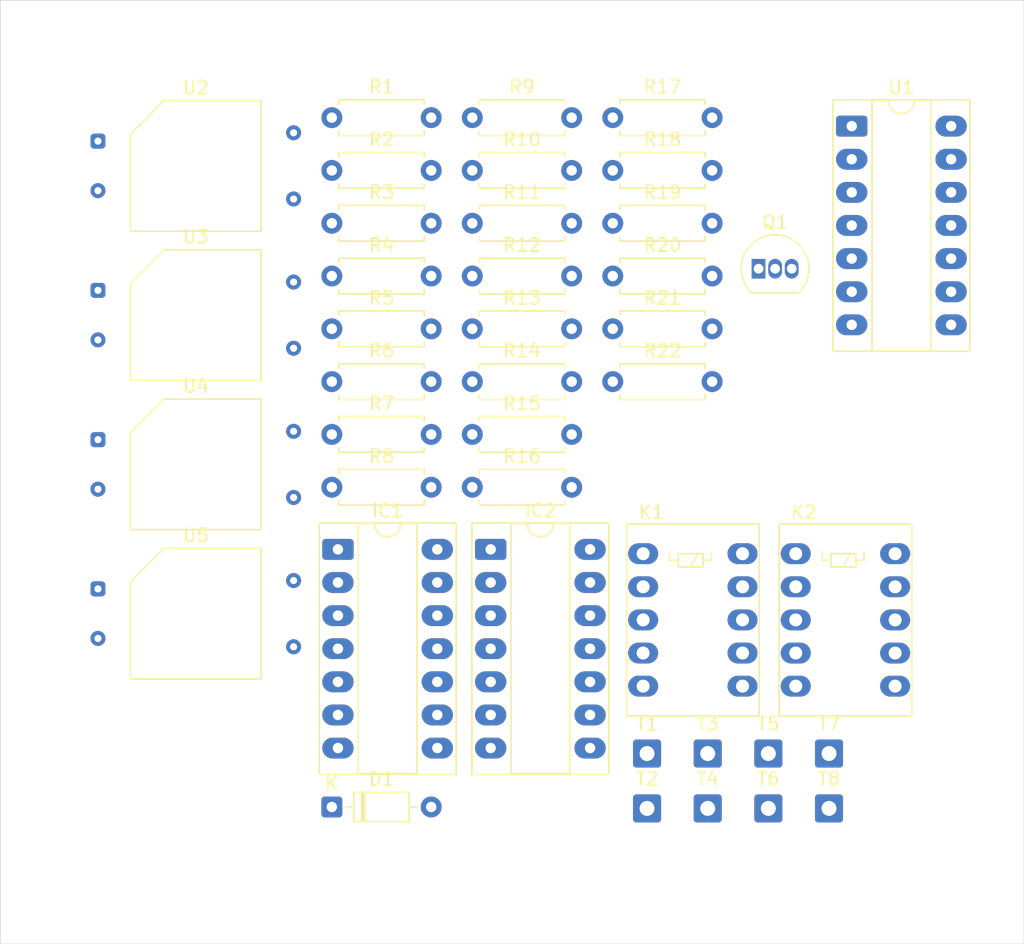
<source format=kicad_pcb>
(kicad_pcb (version 20241229) (generator "pcbnew") (generator_version "9.0")
  (layers (0 "F.Cu" signal) (2 "B.Cu" signal) (13 "F.Paste" user) (15 "B.Paste" user) (5 "F.SilkS" user "F.Silkscreen") (7 "B.SilkS" user "B.Silkscreen") (1 "F.Mask" user) (3 "B.Mask" user) (25 "Edge.Cuts" user))
  (net 0 "")
  (net 1 "GND")
  (net 2 "Net-(C6-Pad1)")
  (net 3 "ON{slash}OFF")
  (net 4 "Net-(R14-Pad2)")
  (net 5 "Net-(R14-Pad1)")
  (net 6 "Net-(Q1-B)")
  (net 7 "Net-(R22-Pad2)")
  (net 8 "Net-(D1-A)")
  (net 9 "Net-(C2-Pad1)")
  (net 10 "BYPASS L")
  (net 11 "Net-(K1-Pad3)")
  (net 12 "Net-(C11-Pad2)")
  (net 13 "9V")
  (net 14 "BYPASS R")
  (net 15 "Net-(C12-Pad2)")
  (net 16 "Net-(C3-Pad1)")
  (net 17 "Net-(K2-Pad3)")
  (net 18 "GND1")
  (net 22 "Net-(IC2D-+)")
  (net 23 "Net-(IC2-Pad8)")
  (net 26 "Net-(C9-Pad2)")
  (net 27 "Net-(IC1D-+)")
  (net 30 "Net-(IC1-Pad8)")
  (net 33 "Net-(C10-Pad2)")
  (net 35 "Vref1")
  (net 36 "Net-(IC1A-+)")
  (net 37 "Net-(C11-Pad1)")
  (net 38 "Net-(IC1A--)")
  (net 39 "Net-(IC1B-+)")
  (net 40 "Net-(IC1C-+)")
  (net 41 "Net-(IC2B-+)")
  (net 42 "Net-(IC2A-+)")
  (net 43 "Net-(IC2C-+)")
  (net 44 "Net-(IC2A--)")
  (net 45 "Net-(C12-Pad1)")
  (net 46 "Net-(R10-Pad1)")
  (net 47 "Net-(C4-Pad2)")
  (net 48 "Net-(C7-Pad1)")
  (net 49 "Net-(C5-Pad2)")
  (net 50 "Net-(R12-Pad1)")
  (net 51 "Net-(C8-Pad1)")
  (net 52 "Net-(C7-Pad2)")
  (net 53 "Net-(C8-Pad2)")
  (footprint "Resistor_THT:R_Axial_DIN0207_L6.3mm_D2.5mm_P7.62mm_Horizontal" (layer "F.Cu") (at 18.812 -2.514)
    (property "Reference" "R7" (at 3.81 -2.37 0) (layer "F.SilkS"))
    (property "Value" "15K")
    (fp_line (start 0.54 -1.37) (end 7.08 -1.37) (stroke (width 0.12)) (layer "F.SilkS"))
    (fp_line (start 0.54 -1.04) (end 0.54 -1.37) (stroke (width 0.12)) (layer "F.SilkS"))
    (fp_line (start 0.54 1.04) (end 0.54 1.37) (stroke (width 0.12)) (layer "F.SilkS"))
    (fp_line (start 0.54 1.37) (end 7.08 1.37) (stroke (width 0.12)) (layer "F.SilkS"))
    (fp_line (start 7.08 -1.37) (end 7.08 -1.04) (stroke (width 0.12)) (layer "F.SilkS"))
    (fp_line (start 7.08 1.37) (end 7.08 1.04) (stroke (width 0.12)) (layer "F.SilkS"))
    (pad "1" thru_hole circle (at 0 0) (size 1.6 1.6) (drill 0.8) (layers "*.Cu" "*.Mask") (net 50 "Net-(R12-Pad1)"))
    (pad "2" thru_hole circle (at 7.62 0) (size 1.6 1.6) (drill 0.8) (layers "*.Cu" "*.Mask") (net 49 "Net-(C5-Pad2)"))
  )
  (footprint "Resistor_THT:R_Axial_DIN0207_L6.3mm_D2.5mm_P7.62mm_Horizontal" (layer "F.Cu") (at 29.582 -26.814)
    (property "Reference" "R9" (at 3.81 -2.37 0) (layer "F.SilkS"))
    (property "Value" "1M")
    (fp_line (start 0.54 -1.37) (end 7.08 -1.37) (stroke (width 0.12)) (layer "F.SilkS"))
    (fp_line (start 0.54 -1.04) (end 0.54 -1.37) (stroke (width 0.12)) (layer "F.SilkS"))
    (fp_line (start 0.54 1.04) (end 0.54 1.37) (stroke (width 0.12)) (layer "F.SilkS"))
    (fp_line (start 0.54 1.37) (end 7.08 1.37) (stroke (width 0.12)) (layer "F.SilkS"))
    (fp_line (start 7.08 -1.37) (end 7.08 -1.04) (stroke (width 0.12)) (layer "F.SilkS"))
    (fp_line (start 7.08 1.37) (end 7.08 1.04) (stroke (width 0.12)) (layer "F.SilkS"))
    (pad "1" thru_hole circle (at 0 0) (size 1.6 1.6) (drill 0.8) (layers "*.Cu" "*.Mask") (net 2 "Net-(C6-Pad1)"))
    (pad "2" thru_hole circle (at 7.62 0) (size 1.6 1.6) (drill 0.8) (layers "*.Cu" "*.Mask") (net 3 "ON{slash}OFF"))
  )
  (footprint "Connector_Wire:SolderWire-0.5sqmm_1x01_D0.9mm_OD2.1mm" (layer "F.Cu") (at 42.982 26.176)
    (property "Reference" "T2" (at 0 -2.28 0) (layer "F.SilkS"))
    (property "Value" "IN RIGHT")
    (pad "1" thru_hole roundrect (at 0 0) (size 2.15 2.15) (drill 1.15) (layers "*.Cu" "*.Mask") (roundrect_rratio 0.116279) (net 14 "BYPASS R"))
  )
  (footprint "Connector_Wire:SolderWire-0.5sqmm_1x01_D0.9mm_OD2.1mm" (layer "F.Cu") (at 47.632 26.176)
    (property "Reference" "T4" (at 0 -2.28 0) (layer "F.SilkS"))
    (property "Value" "SWT")
    (pad "1" thru_hole roundrect (at 0 0) (size 2.15 2.15) (drill 1.15) (layers "*.Cu" "*.Mask") (roundrect_rratio 0.116279) (net 2 "Net-(C6-Pad1)"))
  )
  (footprint "Relay_THT:Relay_DPDT_FRT5" (layer "F.Cu") (at 54.382 6.636)
    (property "Reference" "K2" (at 0.635 -3.175 0) (layer "F.SilkS"))
    (property "Value" "FRT5")
    (fp_line (start -1.27 -2.286) (end 8.89 -2.286) (stroke (width 0.12)) (layer "F.SilkS"))
    (fp_line (start -1.27 12.446) (end -1.27 -2.286) (stroke (width 0.12)) (layer "F.SilkS"))
    (fp_line (start 2.032 -0.127) (end 2.032 0.508) (stroke (width 0.12)) (layer "F.SilkS"))
    (fp_line (start 2.032 0.508) (end 2.692 0.508) (stroke (width 0.12)) (layer "F.SilkS"))
    (fp_line (start 2.692 0) (end 2.692 1.016) (stroke (width 0.12)) (layer "F.SilkS"))
    (fp_line (start 2.692 1.016) (end 4.597 1.016) (stroke (width 0.12)) (layer "F.SilkS"))
    (fp_line (start 4.216 0) (end 3.581 1.016) (stroke (width 0.12)) (layer "F.SilkS"))
    (fp_line (start 4.597 0) (end 2.692 0) (stroke (width 0.12)) (layer "F.SilkS"))
    (fp_line (start 4.597 0) (end 4.597 1.016) (stroke (width 0.12)) (layer "F.SilkS"))
    (fp_line (start 5.232 -0.127) (end 5.232 0.508) (stroke (width 0.12)) (layer "F.SilkS"))
    (fp_line (start 5.232 0.508) (end 4.597 0.508) (stroke (width 0.12)) (layer "F.SilkS"))
    (fp_line (start 8.89 -2.286) (end 8.89 12.446) (stroke (width 0.12)) (layer "F.SilkS"))
    (fp_line (start 8.89 12.446) (end -1.27 12.446) (stroke (width 0.12)) (layer "F.SilkS"))
    (pad "1" thru_hole oval (at 0 0) (size 2.3 1.6) (drill 1) (layers "*.Cu" "*.Mask") (net 13 "9V"))
    (pad "2" thru_hole oval (at 0 2.54) (size 2.3 1.6) (drill 1) (layers "*.Cu" "*.Mask") (net 14 "BYPASS R"))
    (pad "3" thru_hole oval (at 0 5.08) (size 2.3 1.6) (drill 1) (layers "*.Cu" "*.Mask") (net 17 "Net-(K2-Pad3)"))
    (pad "4" thru_hole oval (at 0 7.62) (size 2.3 1.6) (drill 1) (layers "*.Cu" "*.Mask") (net 15 "Net-(C12-Pad2)"))
    (pad "5" thru_hole oval (at 0 10.16) (size 2.3 1.6) (drill 1) (layers "*.Cu" "*.Mask"))
    (pad "6" thru_hole oval (at 7.62 10.16) (size 2.3 1.6) (drill 1) (layers "*.Cu" "*.Mask"))
    (pad "7" thru_hole oval (at 7.62 7.62) (size 2.3 1.6) (drill 1) (layers "*.Cu" "*.Mask") (net 14 "BYPASS R"))
    (pad "8" thru_hole oval (at 7.62 5.08) (size 2.3 1.6) (drill 1) (layers "*.Cu" "*.Mask") (net 16 "Net-(C3-Pad1)"))
    (pad "9" thru_hole oval (at 7.62 2.54) (size 2.3 1.6) (drill 1) (layers "*.Cu" "*.Mask") (net 1 "GND"))
    (pad "10" thru_hole oval (at 7.62 0) (size 2.3 1.6) (drill 1) (layers "*.Cu" "*.Mask") (net 8 "Net-(D1-A)"))
  )
  (footprint "Connector_Wire:SolderWire-0.5sqmm_1x01_D0.9mm_OD2.1mm" (layer "F.Cu") (at 47.632 21.966)
    (property "Reference" "T3" (at 0 -2.28 0) (layer "F.SilkS"))
    (property "Value" "SWT")
    (pad "1" thru_hole roundrect (at 0 0) (size 2.15 2.15) (drill 1.15) (layers "*.Cu" "*.Mask") (roundrect_rratio 0.116279) (net 5 "Net-(R14-Pad1)"))
  )
  (footprint "Resistor_THT:R_Axial_DIN0207_L6.3mm_D2.5mm_P7.62mm_Horizontal" (layer "F.Cu") (at 18.812 -10.614)
    (property "Reference" "R5" (at 3.81 -2.37 0) (layer "F.SilkS"))
    (property "Value" "15K")
    (fp_line (start 0.54 -1.37) (end 7.08 -1.37) (stroke (width 0.12)) (layer "F.SilkS"))
    (fp_line (start 0.54 -1.04) (end 0.54 -1.37) (stroke (width 0.12)) (layer "F.SilkS"))
    (fp_line (start 0.54 1.04) (end 0.54 1.37) (stroke (width 0.12)) (layer "F.SilkS"))
    (fp_line (start 0.54 1.37) (end 7.08 1.37) (stroke (width 0.12)) (layer "F.SilkS"))
    (fp_line (start 7.08 -1.37) (end 7.08 -1.04) (stroke (width 0.12)) (layer "F.SilkS"))
    (fp_line (start 7.08 1.37) (end 7.08 1.04) (stroke (width 0.12)) (layer "F.SilkS"))
    (pad "1" thru_hole circle (at 0 0) (size 1.6 1.6) (drill 0.8) (layers "*.Cu" "*.Mask") (net 46 "Net-(R10-Pad1)"))
    (pad "2" thru_hole circle (at 7.62 0) (size 1.6 1.6) (drill 0.8) (layers "*.Cu" "*.Mask") (net 47 "Net-(C4-Pad2)"))
  )
  (footprint "Resistor_THT:R_Axial_DIN0207_L6.3mm_D2.5mm_P7.62mm_Horizontal" (layer "F.Cu") (at 29.582 -14.664)
    (property "Reference" "R12" (at 3.81 -2.37 0) (layer "F.SilkS"))
    (property "Value" "15K")
    (fp_line (start 0.54 -1.37) (end 7.08 -1.37) (stroke (width 0.12)) (layer "F.SilkS"))
    (fp_line (start 0.54 -1.04) (end 0.54 -1.37) (stroke (width 0.12)) (layer "F.SilkS"))
    (fp_line (start 0.54 1.04) (end 0.54 1.37) (stroke (width 0.12)) (layer "F.SilkS"))
    (fp_line (start 0.54 1.37) (end 7.08 1.37) (stroke (width 0.12)) (layer "F.SilkS"))
    (fp_line (start 7.08 -1.37) (end 7.08 -1.04) (stroke (width 0.12)) (layer "F.SilkS"))
    (fp_line (start 7.08 1.37) (end 7.08 1.04) (stroke (width 0.12)) (layer "F.SilkS"))
    (pad "1" thru_hole circle (at 0 0) (size 1.6 1.6) (drill 0.8) (layers "*.Cu" "*.Mask") (net 50 "Net-(R12-Pad1)"))
    (pad "2" thru_hole circle (at 7.62 0) (size 1.6 1.6) (drill 0.8) (layers "*.Cu" "*.Mask") (net 41 "Net-(IC2B-+)"))
  )
  (footprint "Connector_Wire:SolderWire-0.5sqmm_1x01_D0.9mm_OD2.1mm" (layer "F.Cu") (at 52.282 26.176)
    (property "Reference" "T6" (at 0 -2.28 0) (layer "F.SilkS"))
    (property "Value" "OUT RIGHT")
    (pad "1" thru_hole roundrect (at 0 0) (size 2.15 2.15) (drill 1.15) (layers "*.Cu" "*.Mask") (roundrect_rratio 0.116279) (net 17 "Net-(K2-Pad3)"))
  )
  (footprint "Resistor_THT:R_Axial_DIN0207_L6.3mm_D2.5mm_P7.62mm_Horizontal" (layer "F.Cu") (at 18.812 -18.714)
    (property "Reference" "R3" (at 3.81 -2.37 0) (layer "F.SilkS"))
    (property "Value" "1M")
    (fp_line (start 0.54 -1.37) (end 7.08 -1.37) (stroke (width 0.12)) (layer "F.SilkS"))
    (fp_line (start 0.54 -1.04) (end 0.54 -1.37) (stroke (width 0.12)) (layer "F.SilkS"))
    (fp_line (start 0.54 1.04) (end 0.54 1.37) (stroke (width 0.12)) (layer "F.SilkS"))
    (fp_line (start 0.54 1.37) (end 7.08 1.37) (stroke (width 0.12)) (layer "F.SilkS"))
    (fp_line (start 7.08 -1.37) (end 7.08 -1.04) (stroke (width 0.12)) (layer "F.SilkS"))
    (fp_line (start 7.08 1.37) (end 7.08 1.04) (stroke (width 0.12)) (layer "F.SilkS"))
    (pad "1" thru_hole circle (at 0 0) (size 1.6 1.6) (drill 0.8) (layers "*.Cu" "*.Mask") (net 35 "Vref1"))
    (pad "2" thru_hole circle (at 7.62 0) (size 1.6 1.6) (drill 0.8) (layers "*.Cu" "*.Mask") (net 38 "Net-(IC1A--)"))
  )
  (footprint "Resistor_THT:R_Axial_DIN0207_L6.3mm_D2.5mm_P7.62mm_Horizontal" (layer "F.Cu") (at 40.352 -22.764)
    (property "Reference" "R18" (at 3.81 -2.37 0) (layer "F.SilkS"))
    (property "Value" "51K")
    (fp_line (start 0.54 -1.37) (end 7.08 -1.37) (stroke (width 0.12)) (layer "F.SilkS"))
    (fp_line (start 0.54 -1.04) (end 0.54 -1.37) (stroke (width 0.12)) (layer "F.SilkS"))
    (fp_line (start 0.54 1.04) (end 0.54 1.37) (stroke (width 0.12)) (layer "F.SilkS"))
    (fp_line (start 0.54 1.37) (end 7.08 1.37) (stroke (width 0.12)) (layer "F.SilkS"))
    (fp_line (start 7.08 -1.37) (end 7.08 -1.04) (stroke (width 0.12)) (layer "F.SilkS"))
    (fp_line (start 7.08 1.37) (end 7.08 1.04) (stroke (width 0.12)) (layer "F.SilkS"))
    (pad "1" thru_hole circle (at 0 0) (size 1.6 1.6) (drill 0.8) (layers "*.Cu" "*.Mask") (net 23 "Net-(IC2-Pad8)"))
    (pad "2" thru_hole circle (at 7.62 0) (size 1.6 1.6) (drill 0.8) (layers "*.Cu" "*.Mask") (net 43 "Net-(IC2C-+)"))
  )
  (footprint "Resistor_THT:R_Axial_DIN0207_L6.3mm_D2.5mm_P7.62mm_Horizontal" (layer "F.Cu") (at 18.812 -22.764)
    (property "Reference" "R2" (at 3.81 -2.37 0) (layer "F.SilkS"))
    (property "Value" "1M")
    (fp_line (start 0.54 -1.37) (end 7.08 -1.37) (stroke (width 0.12)) (layer "F.SilkS"))
    (fp_line (start 0.54 -1.04) (end 0.54 -1.37) (stroke (width 0.12)) (layer "F.SilkS"))
    (fp_line (start 0.54 1.04) (end 0.54 1.37) (stroke (width 0.12)) (layer "F.SilkS"))
    (fp_line (start 0.54 1.37) (end 7.08 1.37) (stroke (width 0.12)) (layer "F.SilkS"))
    (fp_line (start 7.08 -1.37) (end 7.08 -1.04) (stroke (width 0.12)) (layer "F.SilkS"))
    (fp_line (start 7.08 1.37) (end 7.08 1.04) (stroke (width 0.12)) (layer "F.SilkS"))
    (pad "1" thru_hole circle (at 0 0) (size 1.6 1.6) (drill 0.8) (layers "*.Cu" "*.Mask") (net 16 "Net-(C3-Pad1)"))
    (pad "2" thru_hole circle (at 7.62 0) (size 1.6 1.6) (drill 0.8) (layers "*.Cu" "*.Mask") (net 1 "GND"))
  )
  (footprint "Package_DIP:CERDIP-14_W7.62mm_SideBrazed_LongPads_Socket" (layer "F.Cu") (at 58.674 -26.162)
    (property "Reference" "U1" (at 3.81 -2.965 0) (layer "F.SilkS"))
    (property "Value" "4093")
    (fp_line (start 1.56 -1.965) (end 1.56 17.205) (stroke (width 0.12)) (layer "F.SilkS"))
    (fp_line (start 1.56 17.205) (end 6.06 17.205) (stroke (width 0.12)) (layer "F.SilkS"))
    (fp_line (start 2.81 -1.965) (end 1.56 -1.965) (stroke (width 0.12)) (layer "F.SilkS"))
    (fp_line (start 6.06 -1.965) (end 4.81 -1.965) (stroke (width 0.12)) (layer "F.SilkS"))
    (fp_line (start 6.06 17.205) (end 6.06 -1.965) (stroke (width 0.12)) (layer "F.SilkS"))
    (fp_rect (start -1.44 -2.025) (end 9.06 17.265) (stroke (width 0.12)) (fill no) (layer "F.SilkS"))
    (fp_arc (start 4.81 -1.965) (mid 3.81 -0.965) (end 2.81 -1.965) (stroke (width 0.12)) (layer "F.SilkS"))
    (pad "1" thru_hole roundrect (at 0 0) (size 2.4 1.6) (drill 0.8) (layers "*.Cu" "*.Mask") (roundrect_rratio 0.15625) (net 3 "ON{slash}OFF"))
    (pad "2" thru_hole oval (at 0 2.54) (size 2.4 1.6) (drill 0.8) (layers "*.Cu" "*.Mask") (net 3 "ON{slash}OFF"))
    (pad "3" thru_hole oval (at 0 5.08) (size 2.4 1.6) (drill 0.8) (layers "*.Cu" "*.Mask") (net 4 "Net-(R14-Pad2)"))
    (pad "4" thru_hole oval (at 0 7.62) (size 2.4 1.6) (drill 0.8) (layers "*.Cu" "*.Mask") (net 3 "ON{slash}OFF"))
    (pad "5" thru_hole oval (at 0 10.16) (size 2.4 1.6) (drill 0.8) (layers "*.Cu" "*.Mask") (net 5 "Net-(R14-Pad1)"))
    (pad "6" thru_hole oval (at 0 12.7) (size 2.4 1.6) (drill 0.8) (layers "*.Cu" "*.Mask") (net 5 "Net-(R14-Pad1)"))
    (pad "7" thru_hole oval (at 0 15.24) (size 2.4 1.6) (drill 0.8) (layers "*.Cu" "*.Mask") (net 18 "GND1"))
    (pad "8" thru_hole oval (at 7.62 15.24) (size 2.4 1.6) (drill 0.8) (layers "*.Cu" "*.Mask") (net 18 "GND1"))
    (pad "9" thru_hole oval (at 7.62 12.7) (size 2.4 1.6) (drill 0.8) (layers "*.Cu" "*.Mask") (net 18 "GND1"))
    (pad "10" thru_hole oval (at 7.62 10.16) (size 2.4 1.6) (drill 0.8) (layers "*.Cu" "*.Mask"))
    (pad "11" thru_hole oval (at 7.62 7.62) (size 2.4 1.6) (drill 0.8) (layers "*.Cu" "*.Mask"))
    (pad "12" thru_hole oval (at 7.62 5.08) (size 2.4 1.6) (drill 0.8) (layers "*.Cu" "*.Mask") (net 18 "GND1"))
    (pad "13" thru_hole oval (at 7.62 2.54) (size 2.4 1.6) (drill 0.8) (layers "*.Cu" "*.Mask") (net 18 "GND1"))
    (pad "14" thru_hole oval (at 7.62 0) (size 2.4 1.6) (drill 0.8) (layers "*.Cu" "*.Mask") (net 13 "9V"))
  )
  (footprint "Connector_Wire:SolderWire-0.5sqmm_1x01_D0.9mm_OD2.1mm" (layer "F.Cu") (at 52.282 21.966)
    (property "Reference" "T5" (at 0 -2.28 0) (layer "F.SilkS"))
    (property "Value" "OUT LEFT")
    (pad "1" thru_hole roundrect (at 0 0) (size 2.15 2.15) (drill 1.15) (layers "*.Cu" "*.Mask") (roundrect_rratio 0.116279) (net 11 "Net-(K1-Pad3)"))
  )
  (footprint "OptoDevice:PerkinElmer_VTL5C" (layer "F.Cu") (at 0.882 -13.564)
    (property "Reference" "U3" (at 7.5 -4.1 0) (layer "F.SilkS"))
    (property "Value" "VTL5C")
    (fp_line (start 2.49 -0.53) (end 2.49 6.91) (stroke (width 0.12)) (layer "F.SilkS"))
    (fp_line (start 2.49 6.91) (end 12.51 6.91) (stroke (width 0.12)) (layer "F.SilkS"))
    (fp_line (start 5.07 -3.11) (end 2.49 -0.53) (stroke (width 0.12)) (layer "F.SilkS"))
    (fp_line (start 12.51 -3.11) (end 5.07 -3.11) (stroke (width 0.12)) (layer "F.SilkS"))
    (fp_line (start 12.51 6.91) (end 12.51 -3.11) (stroke (width 0.12)) (layer "F.SilkS"))
    (pad "1" thru_hole roundrect (at 0 0) (size 1.15 1.15) (drill 0.55) (layers "*.Cu" "*.Mask"))
    (pad "2" thru_hole circle (at 0 3.8) (size 1.15 1.15) (drill 0.55) (layers "*.Cu" "*.Mask"))
    (pad "3" thru_hole circle (at 15 -0.64) (size 1.15 1.15) (drill 0.55) (layers "*.Cu" "*.Mask") (net 30 "Net-(IC1-Pad8)"))
    (pad "4" thru_hole circle (at 15 4.44) (size 1.15 1.15) (drill 0.55) (layers "*.Cu" "*.Mask") (net 27 "Net-(IC1D-+)"))
  )
  (footprint "Package_TO_SOT_THT:TO-92_Inline" (layer "F.Cu") (at 51.532 -15.224)
    (property "Reference" "Q1" (at 1.27 -3.56 0) (layer "F.SilkS"))
    (property "Value" "BC549")
    (fp_line (start -0.53 1.85) (end 3.07 1.85) (stroke (width 0.12)) (layer "F.SilkS"))
    (fp_arc (start -0.568478 1.838478) (mid -1.132087 -0.994977) (end 1.27 -2.6) (stroke (width 0.12)) (layer "F.SilkS"))
    (fp_arc (start 1.27 -2.6) (mid 3.672087 -0.994977) (end 3.108478 1.838478) (stroke (width 0.12)) (layer "F.SilkS"))
    (pad "1" thru_hole rect (at 0 0) (size 1.05 1.5) (drill 0.75) (layers "*.Cu" "*.Mask") (net 8 "Net-(D1-A)"))
    (pad "2" thru_hole oval (at 1.27 0) (size 1.05 1.5) (drill 0.75) (layers "*.Cu" "*.Mask") (net 6 "Net-(Q1-B)"))
    (pad "3" thru_hole oval (at 2.54 0) (size 1.05 1.5) (drill 0.75) (layers "*.Cu" "*.Mask") (net 18 "GND1"))
  )
  (footprint "Resistor_THT:R_Axial_DIN0207_L6.3mm_D2.5mm_P7.62mm_Horizontal" (layer "F.Cu") (at 18.812 -6.564)
    (property "Reference" "R6" (at 3.81 -2.37 0) (layer "F.SilkS"))
    (property "Value" "15K")
    (fp_line (start 0.54 -1.37) (end 7.08 -1.37) (stroke (width 0.12)) (layer "F.SilkS"))
    (fp_line (start 0.54 -1.04) (end 0.54 -1.37) (stroke (width 0.12)) (layer "F.SilkS"))
    (fp_line (start 0.54 1.04) (end 0.54 1.37) (stroke (width 0.12)) (layer "F.SilkS"))
    (fp_line (start 0.54 1.37) (end 7.08 1.37) (stroke (width 0.12)) (layer "F.SilkS"))
    (fp_line (start 7.08 -1.37) (end 7.08 -1.04) (stroke (width 0.12)) (layer "F.SilkS"))
    (fp_line (start 7.08 1.37) (end 7.08 1.04) (stroke (width 0.12)) (layer "F.SilkS"))
    (pad "1" thru_hole circle (at 0 0) (size 1.6 1.6) (drill 0.8) (layers "*.Cu" "*.Mask") (net 48 "Net-(C7-Pad1)"))
    (pad "2" thru_hole circle (at 7.62 0) (size 1.6 1.6) (drill 0.8) (layers "*.Cu" "*.Mask") (net 47 "Net-(C4-Pad2)"))
  )
  (footprint "Resistor_THT:R_Axial_DIN0207_L6.3mm_D2.5mm_P7.62mm_Horizontal" (layer "F.Cu") (at 29.582 -22.764)
    (property "Reference" "R10" (at 3.81 -2.37 0) (layer "F.SilkS"))
    (property "Value" "15K")
    (fp_line (start 0.54 -1.37) (end 7.08 -1.37) (stroke (width 0.12)) (layer "F.SilkS"))
    (fp_line (start 0.54 -1.04) (end 0.54 -1.37) (stroke (width 0.12)) (layer "F.SilkS"))
    (fp_line (start 0.54 1.04) (end 0.54 1.37) (stroke (width 0.12)) (layer "F.SilkS"))
    (fp_line (start 0.54 1.37) (end 7.08 1.37) (stroke (width 0.12)) (layer "F.SilkS"))
    (fp_line (start 7.08 -1.37) (end 7.08 -1.04) (stroke (width 0.12)) (layer "F.SilkS"))
    (fp_line (start 7.08 1.37) (end 7.08 1.04) (stroke (width 0.12)) (layer "F.SilkS"))
    (pad "1" thru_hole circle (at 0 0) (size 1.6 1.6) (drill 0.8) (layers "*.Cu" "*.Mask") (net 46 "Net-(R10-Pad1)"))
    (pad "2" thru_hole circle (at 7.62 0) (size 1.6 1.6) (drill 0.8) (layers "*.Cu" "*.Mask") (net 39 "Net-(IC1B-+)"))
  )
  (footprint "OptoDevice:PerkinElmer_VTL5C" (layer "F.Cu") (at 0.882 9.336)
    (property "Reference" "U5" (at 7.5 -4.1 0) (layer "F.SilkS"))
    (property "Value" "VTL5C")
    (fp_line (start 2.49 -0.53) (end 2.49 6.91) (stroke (width 0.12)) (layer "F.SilkS"))
    (fp_line (start 2.49 6.91) (end 12.51 6.91) (stroke (width 0.12)) (layer "F.SilkS"))
    (fp_line (start 5.07 -3.11) (end 2.49 -0.53) (stroke (width 0.12)) (layer "F.SilkS"))
    (fp_line (start 12.51 -3.11) (end 5.07 -3.11) (stroke (width 0.12)) (layer "F.SilkS"))
    (fp_line (start 12.51 6.91) (end 12.51 -3.11) (stroke (width 0.12)) (layer "F.SilkS"))
    (pad "1" thru_hole roundrect (at 0 0) (size 1.15 1.15) (drill 0.55) (layers "*.Cu" "*.Mask"))
    (pad "2" thru_hole circle (at 0 3.8) (size 1.15 1.15) (drill 0.55) (layers "*.Cu" "*.Mask"))
    (pad "3" thru_hole circle (at 15 -0.64) (size 1.15 1.15) (drill 0.55) (layers "*.Cu" "*.Mask") (net 23 "Net-(IC2-Pad8)"))
    (pad "4" thru_hole circle (at 15 4.44) (size 1.15 1.15) (drill 0.55) (layers "*.Cu" "*.Mask") (net 22 "Net-(IC2D-+)"))
  )
  (footprint "Resistor_THT:R_Axial_DIN0207_L6.3mm_D2.5mm_P7.62mm_Horizontal" (layer "F.Cu") (at 40.352 -14.664)
    (property "Reference" "R20" (at 3.81 -2.37 0) (layer "F.SilkS"))
    (property "Value" "1M")
    (fp_line (start 0.54 -1.37) (end 7.08 -1.37) (stroke (width 0.12)) (layer "F.SilkS"))
    (fp_line (start 0.54 -1.04) (end 0.54 -1.37) (stroke (width 0.12)) (layer "F.SilkS"))
    (fp_line (start 0.54 1.04) (end 0.54 1.37) (stroke (width 0.12)) (layer "F.SilkS"))
    (fp_line (start 0.54 1.37) (end 7.08 1.37) (stroke (width 0.12)) (layer "F.SilkS"))
    (fp_line (start 7.08 -1.37) (end 7.08 -1.04) (stroke (width 0.12)) (layer "F.SilkS"))
    (fp_line (start 7.08 1.37) (end 7.08 1.04) (stroke (width 0.12)) (layer "F.SilkS"))
    (pad "1" thru_hole circle (at 0 0) (size 1.6 1.6) (drill 0.8) (layers "*.Cu" "*.Mask") (net 12 "Net-(C11-Pad2)"))
    (pad "2" thru_hole circle (at 7.62 0) (size 1.6 1.6) (drill 0.8) (layers "*.Cu" "*.Mask") (net 1 "GND"))
  )
  (footprint "Resistor_THT:R_Axial_DIN0207_L6.3mm_D2.5mm_P7.62mm_Horizontal" (layer "F.Cu") (at 40.352 -6.564)
    (property "Reference" "R22" (at 3.81 -2.37 0) (layer "F.SilkS"))
    (property "Value" "10k")
    (fp_line (start 0.54 -1.37) (end 7.08 -1.37) (stroke (width 0.12)) (layer "F.SilkS"))
    (fp_line (start 0.54 -1.04) (end 0.54 -1.37) (stroke (width 0.12)) (layer "F.SilkS"))
    (fp_line (start 0.54 1.04) (end 0.54 1.37) (stroke (width 0.12)) (layer "F.SilkS"))
    (fp_line (start 0.54 1.37) (end 7.08 1.37) (stroke (width 0.12)) (layer "F.SilkS"))
    (fp_line (start 7.08 -1.37) (end 7.08 -1.04) (stroke (width 0.12)) (layer "F.SilkS"))
    (fp_line (start 7.08 1.37) (end 7.08 1.04) (stroke (width 0.12)) (layer "F.SilkS"))
    (pad "1" thru_hole circle (at 0 0) (size 1.6 1.6) (drill 0.8) (layers "*.Cu" "*.Mask") (net 8 "Net-(D1-A)"))
    (pad "2" thru_hole circle (at 7.62 0) (size 1.6 1.6) (drill 0.8) (layers "*.Cu" "*.Mask") (net 7 "Net-(R22-Pad2)"))
  )
  (footprint "Package_DIP:CERDIP-14_W7.62mm_SideBrazed_LongPads_Socket" (layer "F.Cu") (at 19.282 6.306)
    (property "Reference" "IC1" (at 3.81 -2.965 0) (layer "F.SilkS"))
    (property "Value" "TL074")
    (fp_line (start 1.56 -1.965) (end 1.56 17.205) (stroke (width 0.12)) (layer "F.SilkS"))
    (fp_line (start 1.56 17.205) (end 6.06 17.205) (stroke (width 0.12)) (layer "F.SilkS"))
    (fp_line (start 2.81 -1.965) (end 1.56 -1.965) (stroke (width 0.12)) (layer "F.SilkS"))
    (fp_line (start 6.06 -1.965) (end 4.81 -1.965) (stroke (width 0.12)) (layer "F.SilkS"))
    (fp_line (start 6.06 17.205) (end 6.06 -1.965) (stroke (width 0.12)) (layer "F.SilkS"))
    (fp_rect (start -1.44 -2.025) (end 9.06 17.265) (stroke (width 0.12)) (fill no) (layer "F.SilkS"))
    (fp_arc (start 4.81 -1.965) (mid 3.81 -0.965) (end 2.81 -1.965) (stroke (width 0.12)) (layer "F.SilkS"))
    (pad "1" thru_hole roundrect (at 0 0) (size 2.4 1.6) (drill 0.8) (layers "*.Cu" "*.Mask") (roundrect_rratio 0.15625) (net 36 "Net-(IC1A-+)"))
    (pad "2" thru_hole oval (at 0 2.54) (size 2.4 1.6) (drill 0.8) (layers "*.Cu" "*.Mask") (net 38 "Net-(IC1A--)"))
    (pad "3" thru_hole oval (at 0 5.08) (size 2.4 1.6) (drill 0.8) (layers "*.Cu" "*.Mask") (net 36 "Net-(IC1A-+)"))
    (pad "4" thru_hole oval (at 0 7.62) (size 2.4 1.6) (drill 0.8) (layers "*.Cu" "*.Mask"))
    (pad "5" thru_hole oval (at 0 10.16) (size 2.4 1.6) (drill 0.8) (layers "*.Cu" "*.Mask") (net 39 "Net-(IC1B-+)"))
    (pad "6" thru_hole oval (at 0 12.7) (size 2.4 1.6) (drill 0.8) (layers "*.Cu" "*.Mask") (net 35 "Vref1"))
    (pad "7" thru_hole oval (at 0 15.24) (size 2.4 1.6) (drill 0.8) (layers "*.Cu" "*.Mask") (net 26 "Net-(C9-Pad2)"))
    (pad "8" thru_hole oval (at 7.62 15.24) (size 2.4 1.6) (drill 0.8) (layers "*.Cu" "*.Mask") (net 30 "Net-(IC1-Pad8)"))
    (pad "9" thru_hole oval (at 7.62 12.7) (size 2.4 1.6) (drill 0.8) (layers "*.Cu" "*.Mask") (net 35 "Vref1"))
    (pad "10" thru_hole oval (at 7.62 10.16) (size 2.4 1.6) (drill 0.8) (layers "*.Cu" "*.Mask") (net 40 "Net-(IC1C-+)"))
    (pad "11" thru_hole oval (at 7.62 7.62) (size 2.4 1.6) (drill 0.8) (layers "*.Cu" "*.Mask"))
    (pad "12" thru_hole oval (at 7.62 5.08) (size 2.4 1.6) (drill 0.8) (layers "*.Cu" "*.Mask") (net 27 "Net-(IC1D-+)"))
    (pad "13" thru_hole oval (at 7.62 2.54) (size 2.4 1.6) (drill 0.8) (layers "*.Cu" "*.Mask") (net 35 "Vref1"))
    (pad "14" thru_hole oval (at 7.62 0) (size 2.4 1.6) (drill 0.8) (layers "*.Cu" "*.Mask") (net 37 "Net-(C11-Pad1)"))
  )
  (footprint "OptoDevice:PerkinElmer_VTL5C" (layer "F.Cu") (at 0.882 -2.114)
    (property "Reference" "U4" (at 7.5 -4.1 0) (layer "F.SilkS"))
    (property "Value" "VTL5C")
    (fp_line (start 2.49 -0.53) (end 2.49 6.91) (stroke (width 0.12)) (layer "F.SilkS"))
    (fp_line (start 2.49 6.91) (end 12.51 6.91) (stroke (width 0.12)) (layer "F.SilkS"))
    (fp_line (start 5.07 -3.11) (end 2.49 -0.53) (stroke (width 0.12)) (layer "F.SilkS"))
    (fp_line (start 12.51 -3.11) (end 5.07 -3.11) (stroke (width 0.12)) (layer "F.SilkS"))
    (fp_line (start 12.51 6.91) (end 12.51 -3.11) (stroke (width 0.12)) (layer "F.SilkS"))
    (pad "1" thru_hole roundrect (at 0 0) (size 1.15 1.15) (drill 0.55) (layers "*.Cu" "*.Mask"))
    (pad "2" thru_hole circle (at 0 3.8) (size 1.15 1.15) (drill 0.55) (layers "*.Cu" "*.Mask"))
    (pad "3" thru_hole circle (at 15 -0.64) (size 1.15 1.15) (drill 0.55) (layers "*.Cu" "*.Mask") (net 33 "Net-(C10-Pad2)"))
    (pad "4" thru_hole circle (at 15 4.44) (size 1.15 1.15) (drill 0.55) (layers "*.Cu" "*.Mask") (net 22 "Net-(IC2D-+)"))
  )
  (footprint "OptoDevice:PerkinElmer_VTL5C" (layer "F.Cu") (at 0.882 -25.014)
    (property "Reference" "U2" (at 7.5 -4.1 0) (layer "F.SilkS"))
    (property "Value" "VTL5C")
    (fp_line (start 2.49 -0.53) (end 2.49 6.91) (stroke (width 0.12)) (layer "F.SilkS"))
    (fp_line (start 2.49 6.91) (end 12.51 6.91) (stroke (width 0.12)) (layer "F.SilkS"))
    (fp_line (start 5.07 -3.11) (end 2.49 -0.53) (stroke (width 0.12)) (layer "F.SilkS"))
    (fp_line (start 12.51 -3.11) (end 5.07 -3.11) (stroke (width 0.12)) (layer "F.SilkS"))
    (fp_line (start 12.51 6.91) (end 12.51 -3.11) (stroke (width 0.12)) (layer "F.SilkS"))
    (pad "1" thru_hole roundrect (at 0 0) (size 1.15 1.15) (drill 0.55) (layers "*.Cu" "*.Mask"))
    (pad "2" thru_hole circle (at 0 3.8) (size 1.15 1.15) (drill 0.55) (layers "*.Cu" "*.Mask"))
    (pad "3" thru_hole circle (at 15 -0.64) (size 1.15 1.15) (drill 0.55) (layers "*.Cu" "*.Mask") (net 26 "Net-(C9-Pad2)"))
    (pad "4" thru_hole circle (at 15 4.44) (size 1.15 1.15) (drill 0.55) (layers "*.Cu" "*.Mask") (net 27 "Net-(IC1D-+)"))
  )
  (footprint "Connector_Wire:SolderWire-0.5sqmm_1x01_D0.9mm_OD2.1mm" (layer "F.Cu") (at 56.932 26.176)
    (property "Reference" "T8" (at 0 -2.28 0) (layer "F.SilkS"))
    (property "Value" "LED-")
    (pad "1" thru_hole roundrect (at 0 0) (size 2.15 2.15) (drill 1.15) (layers "*.Cu" "*.Mask") (roundrect_rratio 0.116279) (net 7 "Net-(R22-Pad2)"))
  )
  (footprint "Resistor_THT:R_Axial_DIN0207_L6.3mm_D2.5mm_P7.62mm_Horizontal" (layer "F.Cu") (at 29.582 -10.614)
    (property "Reference" "R13" (at 3.81 -2.37 0) (layer "F.SilkS"))
    (property "Value" "15K")
    (fp_line (start 0.54 -1.37) (end 7.08 -1.37) (stroke (width 0.12)) (layer "F.SilkS"))
    (fp_line (start 0.54 -1.04) (end 0.54 -1.37) (stroke (width 0.12)) (layer "F.SilkS"))
    (fp_line (start 0.54 1.04) (end 0.54 1.37) (stroke (width 0.12)) (layer "F.SilkS"))
    (fp_line (start 0.54 1.37) (end 7.08 1.37) (stroke (width 0.12)) (layer "F.SilkS"))
    (fp_line (start 7.08 -1.37) (end 7.08 -1.04) (stroke (width 0.12)) (layer "F.SilkS"))
    (fp_line (start 7.08 1.37) (end 7.08 1.04) (stroke (width 0.12)) (layer "F.SilkS"))
    (pad "1" thru_hole circle (at 0 0) (size 1.6 1.6) (drill 0.8) (layers "*.Cu" "*.Mask") (net 53 "Net-(C8-Pad2)"))
    (pad "2" thru_hole circle (at 7.62 0) (size 1.6 1.6) (drill 0.8) (layers "*.Cu" "*.Mask") (net 43 "Net-(IC2C-+)"))
  )
  (footprint "Relay_THT:Relay_DPDT_FRT5" (layer "F.Cu") (at 42.682 6.636)
    (property "Reference" "K1" (at 0.635 -3.175 0) (layer "F.SilkS"))
    (property "Value" "FRT5")
    (fp_line (start -1.27 -2.286) (end 8.89 -2.286) (stroke (width 0.12)) (layer "F.SilkS"))
    (fp_line (start -1.27 12.446) (end -1.27 -2.286) (stroke (width 0.12)) (layer "F.SilkS"))
    (fp_line (start 2.032 -0.127) (end 2.032 0.508) (stroke (width 0.12)) (layer "F.SilkS"))
    (fp_line (start 2.032 0.508) (end 2.692 0.508) (stroke (width 0.12)) (layer "F.SilkS"))
    (fp_line (start 2.692 0) (end 2.692 1.016) (stroke (width 0.12)) (layer "F.SilkS"))
    (fp_line (start 2.692 1.016) (end 4.597 1.016) (stroke (width 0.12)) (layer "F.SilkS"))
    (fp_line (start 4.216 0) (end 3.581 1.016) (stroke (width 0.12)) (layer "F.SilkS"))
    (fp_line (start 4.597 0) (end 2.692 0) (stroke (width 0.12)) (layer "F.SilkS"))
    (fp_line (start 4.597 0) (end 4.597 1.016) (stroke (width 0.12)) (layer "F.SilkS"))
    (fp_line (start 5.232 -0.127) (end 5.232 0.508) (stroke (width 0.12)) (layer "F.SilkS"))
    (fp_line (start 5.232 0.508) (end 4.597 0.508) (stroke (width 0.12)) (layer "F.SilkS"))
    (fp_line (start 8.89 -2.286) (end 8.89 12.446) (stroke (width 0.12)) (layer "F.SilkS"))
    (fp_line (start 8.89 12.446) (end -1.27 12.446) (stroke (width 0.12)) (layer "F.SilkS"))
    (pad "1" thru_hole oval (at 0 0) (size 2.3 1.6) (drill 1) (layers "*.Cu" "*.Mask") (net 13 "9V"))
    (pad "2" thru_hole oval (at 0 2.54) (size 2.3 1.6) (drill 1) (layers "*.Cu" "*.Mask") (net 10 "BYPASS L"))
    (pad "3" thru_hole oval (at 0 5.08) (size 2.3 1.6) (drill 1) (layers "*.Cu" "*.Mask") (net 11 "Net-(K1-Pad3)"))
    (pad "4" thru_hole oval (at 0 7.62) (size 2.3 1.6) (drill 1) (layers "*.Cu" "*.Mask") (net 12 "Net-(C11-Pad2)"))
    (pad "5" thru_hole oval (at 0 10.16) (size 2.3 1.6) (drill 1) (layers "*.Cu" "*.Mask"))
    (pad "6" thru_hole oval (at 7.62 10.16) (size 2.3 1.6) (drill 1) (layers "*.Cu" "*.Mask"))
    (pad "7" thru_hole oval (at 7.62 7.62) (size 2.3 1.6) (drill 1) (layers "*.Cu" "*.Mask") (net 10 "BYPASS L"))
    (pad "8" thru_hole oval (at 7.62 5.08) (size 2.3 1.6) (drill 1) (layers "*.Cu" "*.Mask") (net 9 "Net-(C2-Pad1)"))
    (pad "9" thru_hole oval (at 7.62 2.54) (size 2.3 1.6) (drill 1) (layers "*.Cu" "*.Mask") (net 1 "GND"))
    (pad "10" thru_hole oval (at 7.62 0) (size 2.3 1.6) (drill 1) (layers "*.Cu" "*.Mask") (net 8 "Net-(D1-A)"))
  )
  (footprint "Resistor_THT:R_Axial_DIN0207_L6.3mm_D2.5mm_P7.62mm_Horizontal" (layer "F.Cu") (at 40.352 -10.614)
    (property "Reference" "R21" (at 3.81 -2.37 0) (layer "F.SilkS"))
    (property "Value" "1M")
    (fp_line (start 0.54 -1.37) (end 7.08 -1.37) (stroke (width 0.12)) (layer "F.SilkS"))
    (fp_line (start 0.54 -1.04) (end 0.54 -1.37) (stroke (width 0.12)) (layer "F.SilkS"))
    (fp_line (start 0.54 1.04) (end 0.54 1.37) (stroke (width 0.12)) (layer "F.SilkS"))
    (fp_line (start 0.54 1.37) (end 7.08 1.37) (stroke (width 0.12)) (layer "F.SilkS"))
    (fp_line (start 7.08 -1.37) (end 7.08 -1.04) (stroke (width 0.12)) (layer "F.SilkS"))
    (fp_line (start 7.08 1.37) (end 7.08 1.04) (stroke (width 0.12)) (layer "F.SilkS"))
    (pad "1" thru_hole circle (at 0 0) (size 1.6 1.6) (drill 0.8) (layers "*.Cu" "*.Mask") (net 15 "Net-(C12-Pad2)"))
    (pad "2" thru_hole circle (at 7.62 0) (size 1.6 1.6) (drill 0.8) (layers "*.Cu" "*.Mask") (net 1 "GND"))
  )
  (footprint "Resistor_THT:R_Axial_DIN0207_L6.3mm_D2.5mm_P7.62mm_Horizontal" (layer "F.Cu") (at 29.582 -2.514)
    (property "Reference" "R15" (at 3.81 -2.37 0) (layer "F.SilkS"))
    (property "Value" "51K")
    (fp_line (start 0.54 -1.37) (end 7.08 -1.37) (stroke (width 0.12)) (layer "F.SilkS"))
    (fp_line (start 0.54 -1.04) (end 0.54 -1.37) (stroke (width 0.12)) (layer "F.SilkS"))
    (fp_line (start 0.54 1.04) (end 0.54 1.37) (stroke (width 0.12)) (layer "F.SilkS"))
    (fp_line (start 0.54 1.37) (end 7.08 1.37) (stroke (width 0.12)) (layer "F.SilkS"))
    (fp_line (start 7.08 -1.37) (end 7.08 -1.04) (stroke (width 0.12)) (layer "F.SilkS"))
    (fp_line (start 7.08 1.37) (end 7.08 1.04) (stroke (width 0.12)) (layer "F.SilkS"))
    (pad "1" thru_hole circle (at 0 0) (size 1.6 1.6) (drill 0.8) (layers "*.Cu" "*.Mask") (net 39 "Net-(IC1B-+)"))
    (pad "2" thru_hole circle (at 7.62 0) (size 1.6 1.6) (drill 0.8) (layers "*.Cu" "*.Mask") (net 26 "Net-(C9-Pad2)"))
  )
  (footprint "Resistor_THT:R_Axial_DIN0207_L6.3mm_D2.5mm_P7.62mm_Horizontal" (layer "F.Cu") (at 29.582 -6.564)
    (property "Reference" "R14" (at 3.81 -2.37 0) (layer "F.SilkS"))
    (property "Value" "10k")
    (fp_line (start 0.54 -1.37) (end 7.08 -1.37) (stroke (width 0.12)) (layer "F.SilkS"))
    (fp_line (start 0.54 -1.04) (end 0.54 -1.37) (stroke (width 0.12)) (layer "F.SilkS"))
    (fp_line (start 0.54 1.04) (end 0.54 1.37) (stroke (width 0.12)) (layer "F.SilkS"))
    (fp_line (start 0.54 1.37) (end 7.08 1.37) (stroke (width 0.12)) (layer "F.SilkS"))
    (fp_line (start 7.08 -1.37) (end 7.08 -1.04) (stroke (width 0.12)) (layer "F.SilkS"))
    (fp_line (start 7.08 1.37) (end 7.08 1.04) (stroke (width 0.12)) (layer "F.SilkS"))
    (pad "1" thru_hole circle (at 0 0) (size 1.6 1.6) (drill 0.8) (layers "*.Cu" "*.Mask") (net 5 "Net-(R14-Pad1)"))
    (pad "2" thru_hole circle (at 7.62 0) (size 1.6 1.6) (drill 0.8) (layers "*.Cu" "*.Mask") (net 4 "Net-(R14-Pad2)"))
  )
  (footprint "Resistor_THT:R_Axial_DIN0207_L6.3mm_D2.5mm_P7.62mm_Horizontal" (layer "F.Cu") (at 18.812 -26.814)
    (property "Reference" "R1" (at 3.81 -2.37 0) (layer "F.SilkS"))
    (property "Value" "1M")
    (fp_line (start 0.54 -1.37) (end 7.08 -1.37) (stroke (width 0.12)) (layer "F.SilkS"))
    (fp_line (start 0.54 -1.04) (end 0.54 -1.37) (stroke (width 0.12)) (layer "F.SilkS"))
    (fp_line (start 0.54 1.04) (end 0.54 1.37) (stroke (width 0.12)) (layer "F.SilkS"))
    (fp_line (start 0.54 1.37) (end 7.08 1.37) (stroke (width 0.12)) (layer "F.SilkS"))
    (fp_line (start 7.08 -1.37) (end 7.08 -1.04) (stroke (width 0.12)) (layer "F.SilkS"))
    (fp_line (start 7.08 1.37) (end 7.08 1.04) (stroke (width 0.12)) (layer "F.SilkS"))
    (pad "1" thru_hole circle (at 0 0) (size 1.6 1.6) (drill 0.8) (layers "*.Cu" "*.Mask") (net 9 "Net-(C2-Pad1)"))
    (pad "2" thru_hole circle (at 7.62 0) (size 1.6 1.6) (drill 0.8) (layers "*.Cu" "*.Mask") (net 1 "GND"))
  )
  (footprint "Resistor_THT:R_Axial_DIN0207_L6.3mm_D2.5mm_P7.62mm_Horizontal" (layer "F.Cu") (at 29.582 -18.714)
    (property "Reference" "R11" (at 3.81 -2.37 0) (layer "F.SilkS"))
    (property "Value" "15K")
    (fp_line (start 0.54 -1.37) (end 7.08 -1.37) (stroke (width 0.12)) (layer "F.SilkS"))
    (fp_line (start 0.54 -1.04) (end 0.54 -1.37) (stroke (width 0.12)) (layer "F.SilkS"))
    (fp_line (start 0.54 1.04) (end 0.54 1.37) (stroke (width 0.12)) (layer "F.SilkS"))
    (fp_line (start 0.54 1.37) (end 7.08 1.37) (stroke (width 0.12)) (layer "F.SilkS"))
    (fp_line (start 7.08 -1.37) (end 7.08 -1.04) (stroke (width 0.12)) (layer "F.SilkS"))
    (fp_line (start 7.08 1.37) (end 7.08 1.04) (stroke (width 0.12)) (layer "F.SilkS"))
    (pad "1" thru_hole circle (at 0 0) (size 1.6 1.6) (drill 0.8) (layers "*.Cu" "*.Mask") (net 52 "Net-(C7-Pad2)"))
    (pad "2" thru_hole circle (at 7.62 0) (size 1.6 1.6) (drill 0.8) (layers "*.Cu" "*.Mask") (net 40 "Net-(IC1C-+)"))
  )
  (footprint "Diode_THT:D_DO-35_SOD27_P7.62mm_Horizontal" (layer "F.Cu") (at 18.812 26.066)
    (property "Reference" "D1" (at 3.81 -2.12 0) (layer "F.SilkS"))
    (property "Value" "1N4148")
    (fp_line (start 1.04 0) (end 1.69 0) (stroke (width 0.12)) (layer "F.SilkS"))
    (fp_line (start 2.29 -1.12) (end 2.29 1.12) (stroke (width 0.12)) (layer "F.SilkS"))
    (fp_line (start 2.41 -1.12) (end 2.41 1.12) (stroke (width 0.12)) (layer "F.SilkS"))
    (fp_line (start 2.53 -1.12) (end 2.53 1.12) (stroke (width 0.12)) (layer "F.SilkS"))
    (fp_line (start 6.58 0) (end 5.93 0) (stroke (width 0.12)) (layer "F.SilkS"))
    (fp_rect (start 1.69 -1.12) (end 5.93 1.12) (stroke (width 0.12)) (fill no) (layer "F.SilkS"))
    (fp_text user "K" (at 0 -1.8 0) (layer "F.SilkS"))
    (pad "1" thru_hole roundrect (at 0 0) (size 1.6 1.6) (drill 0.8) (layers "*.Cu" "*.Mask") (roundrect_rratio 0.15625) (net 13 "9V"))
    (pad "2" thru_hole circle (at 7.62 0) (size 1.6 1.6) (drill 0.8) (layers "*.Cu" "*.Mask") (net 8 "Net-(D1-A)"))
  )
  (footprint "Package_DIP:CERDIP-14_W7.62mm_SideBrazed_LongPads_Socket" (layer "F.Cu") (at 30.992 6.306)
    (property "Reference" "IC2" (at 3.81 -2.965 0) (layer "F.SilkS"))
    (property "Value" "TL074")
    (fp_line (start 1.56 -1.965) (end 1.56 17.205) (stroke (width 0.12)) (layer "F.SilkS"))
    (fp_line (start 1.56 17.205) (end 6.06 17.205) (stroke (width 0.12)) (layer "F.SilkS"))
    (fp_line (start 2.81 -1.965) (end 1.56 -1.965) (stroke (width 0.12)) (layer "F.SilkS"))
    (fp_line (start 6.06 -1.965) (end 4.81 -1.965) (stroke (width 0.12)) (layer "F.SilkS"))
    (fp_line (start 6.06 17.205) (end 6.06 -1.965) (stroke (width 0.12)) (layer "F.SilkS"))
    (fp_rect (start -1.44 -2.025) (end 9.06 17.265) (stroke (width 0.12)) (fill no) (layer "F.SilkS"))
    (fp_arc (start 4.81 -1.965) (mid 3.81 -0.965) (end 2.81 -1.965) (stroke (width 0.12)) (layer "F.SilkS"))
    (pad "1" thru_hole roundrect (at 0 0) (size 2.4 1.6) (drill 0.8) (layers "*.Cu" "*.Mask") (roundrect_rratio 0.15625) (net 42 "Net-(IC2A-+)"))
    (pad "2" thru_hole oval (at 0 2.54) (size 2.4 1.6) (drill 0.8) (layers "*.Cu" "*.Mask") (net 44 "Net-(IC2A--)"))
    (pad "3" thru_hole oval (at 0 5.08) (size 2.4 1.6) (drill 0.8) (layers "*.Cu" "*.Mask") (net 42 "Net-(IC2A-+)"))
    (pad "4" thru_hole oval (at 0 7.62) (size 2.4 1.6) (drill 0.8) (layers "*.Cu" "*.Mask"))
    (pad "5" thru_hole oval (at 0 10.16) (size 2.4 1.6) (drill 0.8) (layers "*.Cu" "*.Mask") (net 41 "Net-(IC2B-+)"))
    (pad "6" thru_hole oval (at 0 12.7) (size 2.4 1.6) (drill 0.8) (layers "*.Cu" "*.Mask") (net 35 "Vref1"))
    (pad "7" thru_hole oval (at 0 15.24) (size 2.4 1.6) (drill 0.8) (layers "*.Cu" "*.Mask") (net 33 "Net-(C10-Pad2)"))
    (pad "8" thru_hole oval (at 7.62 15.24) (size 2.4 1.6) (drill 0.8) (layers "*.Cu" "*.Mask") (net 23 "Net-(IC2-Pad8)"))
    (pad "9" thru_hole oval (at 7.62 12.7) (size 2.4 1.6) (drill 0.8) (layers "*.Cu" "*.Mask") (net 35 "Vref1"))
    (pad "10" thru_hole oval (at 7.62 10.16) (size 2.4 1.6) (drill 0.8) (layers "*.Cu" "*.Mask") (net 43 "Net-(IC2C-+)"))
    (pad "11" thru_hole oval (at 7.62 7.62) (size 2.4 1.6) (drill 0.8) (layers "*.Cu" "*.Mask"))
    (pad "12" thru_hole oval (at 7.62 5.08) (size 2.4 1.6) (drill 0.8) (layers "*.Cu" "*.Mask") (net 22 "Net-(IC2D-+)"))
    (pad "13" thru_hole oval (at 7.62 2.54) (size 2.4 1.6) (drill 0.8) (layers "*.Cu" "*.Mask") (net 35 "Vref1"))
    (pad "14" thru_hole oval (at 7.62 0) (size 2.4 1.6) (drill 0.8) (layers "*.Cu" "*.Mask") (net 45 "Net-(C12-Pad1)"))
  )
  (footprint "Connector_Wire:SolderWire-0.5sqmm_1x01_D0.9mm_OD2.1mm" (layer "F.Cu") (at 42.982 21.966)
    (property "Reference" "T1" (at 0 -2.28 0) (layer "F.SilkS"))
    (property "Value" "IN LEFT")
    (pad "1" thru_hole roundrect (at 0 0) (size 2.15 2.15) (drill 1.15) (layers "*.Cu" "*.Mask") (roundrect_rratio 0.116279) (net 10 "BYPASS L"))
  )
  (footprint "Resistor_THT:R_Axial_DIN0207_L6.3mm_D2.5mm_P7.62mm_Horizontal" (layer "F.Cu") (at 40.352 -26.814)
    (property "Reference" "R17" (at 3.81 -2.37 0) (layer "F.SilkS"))
    (property "Value" "51K")
    (fp_line (start 0.54 -1.37) (end 7.08 -1.37) (stroke (width 0.12)) (layer "F.SilkS"))
    (fp_line (start 0.54 -1.04) (end 0.54 -1.37) (stroke (width 0.12)) (layer "F.SilkS"))
    (fp_line (start 0.54 1.04) (end 0.54 1.37) (stroke (width 0.12)) (layer "F.SilkS"))
    (fp_line (start 0.54 1.37) (end 7.08 1.37) (stroke (width 0.12)) (layer "F.SilkS"))
    (fp_line (start 7.08 -1.37) (end 7.08 -1.04) (stroke (width 0.12)) (layer "F.SilkS"))
    (fp_line (start 7.08 1.37) (end 7.08 1.04) (stroke (width 0.12)) (layer "F.SilkS"))
    (pad "1" thru_hole circle (at 0 0) (size 1.6 1.6) (drill 0.8) (layers "*.Cu" "*.Mask") (net 41 "Net-(IC2B-+)"))
    (pad "2" thru_hole circle (at 7.62 0) (size 1.6 1.6) (drill 0.8) (layers "*.Cu" "*.Mask") (net 33 "Net-(C10-Pad2)"))
  )
  (footprint "Resistor_THT:R_Axial_DIN0207_L6.3mm_D2.5mm_P7.62mm_Horizontal" (layer "F.Cu") (at 29.582 1.536)
    (property "Reference" "R16" (at 3.81 -2.37 0) (layer "F.SilkS"))
    (property "Value" "51K")
    (fp_line (start 0.54 -1.37) (end 7.08 -1.37) (stroke (width 0.12)) (layer "F.SilkS"))
    (fp_line (start 0.54 -1.04) (end 0.54 -1.37) (stroke (width 0.12)) (layer "F.SilkS"))
    (fp_line (start 0.54 1.04) (end 0.54 1.37) (stroke (width 0.12)) (layer "F.SilkS"))
    (fp_line (start 0.54 1.37) (end 7.08 1.37) (stroke (width 0.12)) (layer "F.SilkS"))
    (fp_line (start 7.08 -1.37) (end 7.08 -1.04) (stroke (width 0.12)) (layer "F.SilkS"))
    (fp_line (start 7.08 1.37) (end 7.08 1.04) (stroke (width 0.12)) (layer "F.SilkS"))
    (pad "1" thru_hole circle (at 0 0) (size 1.6 1.6) (drill 0.8) (layers "*.Cu" "*.Mask") (net 30 "Net-(IC1-Pad8)"))
    (pad "2" thru_hole circle (at 7.62 0) (size 1.6 1.6) (drill 0.8) (layers "*.Cu" "*.Mask") (net 40 "Net-(IC1C-+)"))
  )
  (footprint "Resistor_THT:R_Axial_DIN0207_L6.3mm_D2.5mm_P7.62mm_Horizontal" (layer "F.Cu") (at 18.812 1.536)
    (property "Reference" "R8" (at 3.81 -2.37 0) (layer "F.SilkS"))
    (property "Value" "15K")
    (fp_line (start 0.54 -1.37) (end 7.08 -1.37) (stroke (width 0.12)) (layer "F.SilkS"))
    (fp_line (start 0.54 -1.04) (end 0.54 -1.37) (stroke (width 0.12)) (layer "F.SilkS"))
    (fp_line (start 0.54 1.04) (end 0.54 1.37) (stroke (width 0.12)) (layer "F.SilkS"))
    (fp_line (start 0.54 1.37) (end 7.08 1.37) (stroke (width 0.12)) (layer "F.SilkS"))
    (fp_line (start 7.08 -1.37) (end 7.08 -1.04) (stroke (width 0.12)) (layer "F.SilkS"))
    (fp_line (start 7.08 1.37) (end 7.08 1.04) (stroke (width 0.12)) (layer "F.SilkS"))
    (pad "1" thru_hole circle (at 0 0) (size 1.6 1.6) (drill 0.8) (layers "*.Cu" "*.Mask") (net 51 "Net-(C8-Pad1)"))
    (pad "2" thru_hole circle (at 7.62 0) (size 1.6 1.6) (drill 0.8) (layers "*.Cu" "*.Mask") (net 49 "Net-(C5-Pad2)"))
  )
  (footprint "Connector_Wire:SolderWire-0.5sqmm_1x01_D0.9mm_OD2.1mm" (layer "F.Cu") (at 56.932 21.966)
    (property "Reference" "T7" (at 0 -2.28 0) (layer "F.SilkS"))
    (property "Value" "LED+")
    (pad "1" thru_hole roundrect (at 0 0) (size 2.15 2.15) (drill 1.15) (layers "*.Cu" "*.Mask") (roundrect_rratio 0.116279) (net 13 "9V"))
  )
  (footprint "Resistor_THT:R_Axial_DIN0207_L6.3mm_D2.5mm_P7.62mm_Horizontal" (layer "F.Cu") (at 40.352 -18.714)
    (property "Reference" "R19" (at 3.81 -2.37 0) (layer "F.SilkS"))
    (property "Value" "4k7")
    (fp_line (start 0.54 -1.37) (end 7.08 -1.37) (stroke (width 0.12)) (layer "F.SilkS"))
    (fp_line (start 0.54 -1.04) (end 0.54 -1.37) (stroke (width 0.12)) (layer "F.SilkS"))
    (fp_line (start 0.54 1.04) (end 0.54 1.37) (stroke (width 0.12)) (layer "F.SilkS"))
    (fp_line (start 0.54 1.37) (end 7.08 1.37) (stroke (width 0.12)) (layer "F.SilkS"))
    (fp_line (start 7.08 -1.37) (end 7.08 -1.04) (stroke (width 0.12)) (layer "F.SilkS"))
    (fp_line (start 7.08 1.37) (end 7.08 1.04) (stroke (width 0.12)) (layer "F.SilkS"))
    (pad "1" thru_hole circle (at 0 0) (size 1.6 1.6) (drill 0.8) (layers "*.Cu" "*.Mask") (net 3 "ON{slash}OFF"))
    (pad "2" thru_hole circle (at 7.62 0) (size 1.6 1.6) (drill 0.8) (layers "*.Cu" "*.Mask") (net 6 "Net-(Q1-B)"))
  )
  (footprint "Resistor_THT:R_Axial_DIN0207_L6.3mm_D2.5mm_P7.62mm_Horizontal" (layer "F.Cu") (at 18.812 -14.664)
    (property "Reference" "R4" (at 3.81 -2.37 0) (layer "F.SilkS"))
    (property "Value" "1M")
    (fp_line (start 0.54 -1.37) (end 7.08 -1.37) (stroke (width 0.12)) (layer "F.SilkS"))
    (fp_line (start 0.54 -1.04) (end 0.54 -1.37) (stroke (width 0.12)) (layer "F.SilkS"))
    (fp_line (start 0.54 1.04) (end 0.54 1.37) (stroke (width 0.12)) (layer "F.SilkS"))
    (fp_line (start 0.54 1.37) (end 7.08 1.37) (stroke (width 0.12)) (layer "F.SilkS"))
    (fp_line (start 7.08 -1.37) (end 7.08 -1.04) (stroke (width 0.12)) (layer "F.SilkS"))
    (fp_line (start 7.08 1.37) (end 7.08 1.04) (stroke (width 0.12)) (layer "F.SilkS"))
    (pad "1" thru_hole circle (at 0 0) (size 1.6 1.6) (drill 0.8) (layers "*.Cu" "*.Mask") (net 35 "Vref1"))
    (pad "2" thru_hole circle (at 7.62 0) (size 1.6 1.6) (drill 0.8) (layers "*.Cu" "*.Mask") (net 44 "Net-(IC2A--)"))
  )
  (gr_rect (start -6.604 -35.814) (end 71.882 36.576) (stroke (width 0.05)) (fill no) (layer "Edge.Cuts"))
)
</source>
